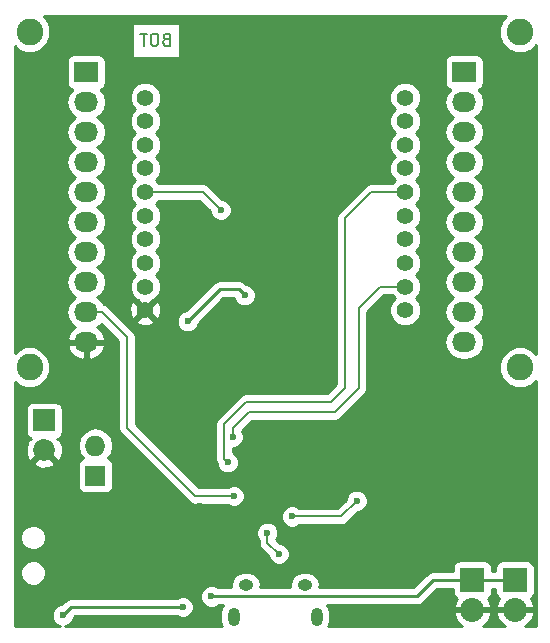
<source format=gbr>
G04 #@! TF.FileFunction,Copper,L2,Bot,Signal*
%FSLAX46Y46*%
G04 Gerber Fmt 4.6, Leading zero omitted, Abs format (unit mm)*
G04 Created by KiCad (PCBNEW 4.0.4-stable) date 12/28/16 20:43:16*
%MOMM*%
%LPD*%
G01*
G04 APERTURE LIST*
%ADD10C,0.100000*%
%ADD11C,0.200000*%
%ADD12C,2.260600*%
%ADD13C,0.600000*%
%ADD14C,1.400000*%
%ADD15O,1.250000X0.950000*%
%ADD16O,1.000000X1.550000*%
%ADD17R,1.850000X1.850000*%
%ADD18C,1.850000*%
%ADD19R,2.032000X1.727200*%
%ADD20O,2.032000X1.727200*%
%ADD21R,2.032000X2.032000*%
%ADD22O,2.032000X2.032000*%
%ADD23R,1.727200X1.727200*%
%ADD24O,1.727200X1.727200*%
%ADD25C,0.500000*%
%ADD26C,0.203200*%
%ADD27C,0.254000*%
G04 APERTURE END LIST*
D10*
D11*
X139733333Y-72228571D02*
X139590476Y-72276190D01*
X139542857Y-72323810D01*
X139495238Y-72419048D01*
X139495238Y-72561905D01*
X139542857Y-72657143D01*
X139590476Y-72704762D01*
X139685714Y-72752381D01*
X140066667Y-72752381D01*
X140066667Y-71752381D01*
X139733333Y-71752381D01*
X139638095Y-71800000D01*
X139590476Y-71847619D01*
X139542857Y-71942857D01*
X139542857Y-72038095D01*
X139590476Y-72133333D01*
X139638095Y-72180952D01*
X139733333Y-72228571D01*
X140066667Y-72228571D01*
X138876191Y-71752381D02*
X138685714Y-71752381D01*
X138590476Y-71800000D01*
X138495238Y-71895238D01*
X138447619Y-72085714D01*
X138447619Y-72419048D01*
X138495238Y-72609524D01*
X138590476Y-72704762D01*
X138685714Y-72752381D01*
X138876191Y-72752381D01*
X138971429Y-72704762D01*
X139066667Y-72609524D01*
X139114286Y-72419048D01*
X139114286Y-72085714D01*
X139066667Y-71895238D01*
X138971429Y-71800000D01*
X138876191Y-71752381D01*
X138161905Y-71752381D02*
X137590476Y-71752381D01*
X137876191Y-72752381D02*
X137876191Y-71752381D01*
D12*
X128200000Y-71600000D03*
D13*
X163400000Y-105800000D03*
X137700000Y-100800000D03*
X132700000Y-100800000D03*
X149800000Y-90800000D03*
X149800000Y-85800000D03*
X149800000Y-80800000D03*
X149800000Y-75800000D03*
X127700000Y-95800000D03*
X127700000Y-90800000D03*
X127700000Y-85800000D03*
X127700000Y-80800000D03*
X127700000Y-75800000D03*
X169800000Y-105800000D03*
X169800000Y-95800000D03*
X169800000Y-90800000D03*
X169800000Y-85800000D03*
X169800000Y-80800000D03*
X169800000Y-75800000D03*
X134800000Y-70800000D03*
X144800000Y-70800000D03*
X149800000Y-70800000D03*
X164800000Y-70800000D03*
X159800000Y-70800000D03*
X154800000Y-70800000D03*
X157900000Y-100900000D03*
X153400000Y-101000000D03*
X128500000Y-121500000D03*
X158600000Y-113400000D03*
X170900000Y-115400000D03*
X167400000Y-115400000D03*
X163300000Y-116300000D03*
X158600000Y-110600000D03*
X142600000Y-111700000D03*
X139300000Y-111700000D03*
X140500000Y-121500000D03*
X143600000Y-121500000D03*
X137700000Y-116500000D03*
X139900000Y-114600000D03*
X150200000Y-114390000D03*
X154450000Y-117750000D03*
X150210000Y-114390000D03*
X163300000Y-121500000D03*
X160100000Y-121500000D03*
X157100000Y-121500000D03*
X158600000Y-116300000D03*
D14*
X160000000Y-77160000D03*
X160000000Y-79160000D03*
X160000000Y-81160000D03*
X160000000Y-83160000D03*
X160000000Y-85160000D03*
X160000000Y-87160000D03*
X160000000Y-89160000D03*
X160000000Y-91160000D03*
X160000000Y-93160000D03*
X160000000Y-95160000D03*
X138000000Y-95160000D03*
X138000000Y-93160000D03*
X138000000Y-91160000D03*
X138000000Y-89160000D03*
X138000000Y-87160000D03*
X138000000Y-85160000D03*
X138000000Y-83160000D03*
X138000000Y-81160000D03*
X138000000Y-79160000D03*
X138000000Y-77160000D03*
D13*
X153400000Y-96900000D03*
D15*
X146499100Y-118420000D03*
X151499100Y-118420000D03*
D16*
X145499100Y-121120000D03*
X152499100Y-121120000D03*
D17*
X129450000Y-104500000D03*
D18*
X129450000Y-107000000D03*
D19*
X133000000Y-75000000D03*
D20*
X133000000Y-77540000D03*
X133000000Y-80080000D03*
X133000000Y-82620000D03*
X133000000Y-85160000D03*
X133000000Y-87700000D03*
X133000000Y-90240000D03*
X133000000Y-92780000D03*
X133000000Y-95320000D03*
X133000000Y-97860000D03*
D21*
X169300000Y-118000000D03*
D22*
X169300000Y-120540000D03*
D21*
X165700000Y-118000000D03*
D22*
X165700000Y-120540000D03*
D19*
X165000000Y-75000000D03*
D20*
X165000000Y-77540000D03*
X165000000Y-80080000D03*
X165000000Y-82620000D03*
X165000000Y-85160000D03*
X165000000Y-87700000D03*
X165000000Y-90240000D03*
X165000000Y-92780000D03*
X165000000Y-95320000D03*
X165000000Y-97860000D03*
D23*
X133780000Y-109160000D03*
D24*
X133780000Y-106620000D03*
D25*
X149740000Y-108810000D03*
X149740000Y-107810000D03*
X150740000Y-108810000D03*
X150740000Y-107810000D03*
X148740000Y-107810000D03*
X148740000Y-108810000D03*
X148740000Y-109810000D03*
X149740000Y-109810000D03*
X150740000Y-109810000D03*
D12*
X128200000Y-100000000D03*
X169700000Y-100000000D03*
X169700000Y-71600000D03*
D13*
X155900000Y-111300000D03*
X150428335Y-112628335D03*
X141200000Y-120300000D03*
X131000000Y-121000000D03*
X143600000Y-119400000D03*
X141590000Y-96100000D03*
X146400000Y-93900000D03*
X144390000Y-86690000D03*
X145500000Y-110900000D03*
X144970000Y-108040000D03*
X145400000Y-105900000D03*
X148340000Y-114010000D03*
X149310000Y-115810000D03*
D26*
X150428335Y-112628335D02*
X154300000Y-112628335D01*
X155900000Y-111300000D02*
X154571665Y-112628335D01*
X154571665Y-112628335D02*
X154300000Y-112628335D01*
D27*
X131700000Y-120300000D02*
X141200000Y-120300000D01*
X131000000Y-121000000D02*
X131700000Y-120300000D01*
X165700000Y-118000000D02*
X169300000Y-118000000D01*
X161000000Y-119400000D02*
X162400000Y-118000000D01*
X162400000Y-118000000D02*
X165700000Y-118000000D01*
X143600000Y-119400000D02*
X161000000Y-119400000D01*
X141590000Y-96100000D02*
X144290000Y-93400000D01*
X144290000Y-93400000D02*
X145900000Y-93400000D01*
X145900000Y-93400000D02*
X146400000Y-93900000D01*
D26*
X138000000Y-85160000D02*
X142860000Y-85160000D01*
X142860000Y-85160000D02*
X144390000Y-86690000D01*
X145500000Y-110900000D02*
X142230000Y-110900000D01*
X142230000Y-110900000D02*
X136440000Y-105110000D01*
X136440000Y-105110000D02*
X136440000Y-97430000D01*
X136440000Y-97430000D02*
X134330000Y-95320000D01*
X134330000Y-95320000D02*
X133000000Y-95320000D01*
X154920000Y-87370000D02*
X157130000Y-85160000D01*
X157130000Y-85160000D02*
X160000000Y-85160000D01*
X154920000Y-101730000D02*
X154920000Y-87370000D01*
X153710000Y-102940000D02*
X154920000Y-101730000D01*
X146560000Y-102940000D02*
X153710000Y-102940000D01*
X144670001Y-104829999D02*
X146560000Y-102940000D01*
X144970000Y-108040000D02*
X144670001Y-107740001D01*
X144670001Y-107740001D02*
X144670001Y-104829999D01*
X145400000Y-105900000D02*
X145400000Y-105140000D01*
X156060000Y-95000000D02*
X157900000Y-93160000D01*
X145400000Y-105140000D02*
X146770000Y-103770000D01*
X146770000Y-103770000D02*
X154020000Y-103770000D01*
X154020000Y-103770000D02*
X156060000Y-101730000D01*
X156060000Y-101730000D02*
X156060000Y-95000000D01*
X157900000Y-93160000D02*
X160000000Y-93160000D01*
X149310000Y-115810000D02*
X148340000Y-114840000D01*
X148340000Y-114840000D02*
X148340000Y-114010000D01*
D27*
G36*
X168204324Y-70598732D02*
X167935007Y-71247320D01*
X167934395Y-71949599D01*
X168202579Y-72598656D01*
X168698732Y-73095676D01*
X169347320Y-73364993D01*
X170049599Y-73365605D01*
X170698656Y-73097421D01*
X171065000Y-72731716D01*
X171065000Y-98868692D01*
X170701268Y-98504324D01*
X170052680Y-98235007D01*
X169350401Y-98234395D01*
X168701344Y-98502579D01*
X168204324Y-98998732D01*
X167935007Y-99647320D01*
X167934395Y-100349599D01*
X168202579Y-100998656D01*
X168698732Y-101495676D01*
X169347320Y-101764993D01*
X170049599Y-101765605D01*
X170698656Y-101497421D01*
X171065000Y-101131716D01*
X171065000Y-121915000D01*
X170186025Y-121915000D01*
X170268379Y-121877188D01*
X170706385Y-121404818D01*
X170905975Y-120922944D01*
X170786836Y-120667000D01*
X169427000Y-120667000D01*
X169427000Y-120687000D01*
X169173000Y-120687000D01*
X169173000Y-120667000D01*
X167813164Y-120667000D01*
X167694025Y-120922944D01*
X167893615Y-121404818D01*
X168331621Y-121877188D01*
X168413975Y-121915000D01*
X166586025Y-121915000D01*
X166668379Y-121877188D01*
X167106385Y-121404818D01*
X167305975Y-120922944D01*
X167186836Y-120667000D01*
X165827000Y-120667000D01*
X165827000Y-120687000D01*
X165573000Y-120687000D01*
X165573000Y-120667000D01*
X164213164Y-120667000D01*
X164094025Y-120922944D01*
X164293615Y-121404818D01*
X164731621Y-121877188D01*
X164813975Y-121915000D01*
X153508929Y-121915000D01*
X153547703Y-121856970D01*
X153634100Y-121422624D01*
X153634100Y-120817376D01*
X153547703Y-120383030D01*
X153400015Y-120162000D01*
X161000000Y-120162000D01*
X161291605Y-120103996D01*
X161538815Y-119938815D01*
X162715630Y-118762000D01*
X164036560Y-118762000D01*
X164036560Y-119016000D01*
X164080838Y-119251317D01*
X164219910Y-119467441D01*
X164382948Y-119578840D01*
X164293615Y-119675182D01*
X164094025Y-120157056D01*
X164213164Y-120413000D01*
X165573000Y-120413000D01*
X165573000Y-120393000D01*
X165827000Y-120393000D01*
X165827000Y-120413000D01*
X167186836Y-120413000D01*
X167305975Y-120157056D01*
X167106385Y-119675182D01*
X167015903Y-119577602D01*
X167167441Y-119480090D01*
X167312431Y-119267890D01*
X167363440Y-119016000D01*
X167363440Y-118762000D01*
X167636560Y-118762000D01*
X167636560Y-119016000D01*
X167680838Y-119251317D01*
X167819910Y-119467441D01*
X167982948Y-119578840D01*
X167893615Y-119675182D01*
X167694025Y-120157056D01*
X167813164Y-120413000D01*
X169173000Y-120413000D01*
X169173000Y-120393000D01*
X169427000Y-120393000D01*
X169427000Y-120413000D01*
X170786836Y-120413000D01*
X170905975Y-120157056D01*
X170706385Y-119675182D01*
X170615903Y-119577602D01*
X170767441Y-119480090D01*
X170912431Y-119267890D01*
X170963440Y-119016000D01*
X170963440Y-116984000D01*
X170919162Y-116748683D01*
X170780090Y-116532559D01*
X170567890Y-116387569D01*
X170316000Y-116336560D01*
X168284000Y-116336560D01*
X168048683Y-116380838D01*
X167832559Y-116519910D01*
X167687569Y-116732110D01*
X167636560Y-116984000D01*
X167636560Y-117238000D01*
X167363440Y-117238000D01*
X167363440Y-116984000D01*
X167319162Y-116748683D01*
X167180090Y-116532559D01*
X166967890Y-116387569D01*
X166716000Y-116336560D01*
X164684000Y-116336560D01*
X164448683Y-116380838D01*
X164232559Y-116519910D01*
X164087569Y-116732110D01*
X164036560Y-116984000D01*
X164036560Y-117238000D01*
X162400000Y-117238000D01*
X162108395Y-117296004D01*
X162087449Y-117310000D01*
X161861185Y-117461185D01*
X160684370Y-118638000D01*
X152740422Y-118638000D01*
X152783785Y-118420000D01*
X152699291Y-117995221D01*
X152458674Y-117635111D01*
X152098564Y-117394494D01*
X151673785Y-117310000D01*
X151324415Y-117310000D01*
X150899636Y-117394494D01*
X150539526Y-117635111D01*
X150298909Y-117995221D01*
X150214415Y-118420000D01*
X150257778Y-118638000D01*
X147740422Y-118638000D01*
X147783785Y-118420000D01*
X147699291Y-117995221D01*
X147458674Y-117635111D01*
X147098564Y-117394494D01*
X146673785Y-117310000D01*
X146324415Y-117310000D01*
X145899636Y-117394494D01*
X145539526Y-117635111D01*
X145298909Y-117995221D01*
X145214415Y-118420000D01*
X145257778Y-118638000D01*
X144160466Y-118638000D01*
X144130327Y-118607808D01*
X143786799Y-118465162D01*
X143414833Y-118464838D01*
X143071057Y-118606883D01*
X142807808Y-118869673D01*
X142665162Y-119213201D01*
X142664838Y-119585167D01*
X142806883Y-119928943D01*
X143069673Y-120192192D01*
X143413201Y-120334838D01*
X143785167Y-120335162D01*
X144128943Y-120193117D01*
X144160114Y-120162000D01*
X144598185Y-120162000D01*
X144450497Y-120383030D01*
X144364100Y-120817376D01*
X144364100Y-121422624D01*
X144450497Y-121856970D01*
X144489271Y-121915000D01*
X131233963Y-121915000D01*
X131528943Y-121793117D01*
X131792192Y-121530327D01*
X131934838Y-121186799D01*
X131934876Y-121142754D01*
X132015631Y-121062000D01*
X140639534Y-121062000D01*
X140669673Y-121092192D01*
X141013201Y-121234838D01*
X141385167Y-121235162D01*
X141728943Y-121093117D01*
X141992192Y-120830327D01*
X142134838Y-120486799D01*
X142135162Y-120114833D01*
X141993117Y-119771057D01*
X141730327Y-119507808D01*
X141386799Y-119365162D01*
X141014833Y-119364838D01*
X140671057Y-119506883D01*
X140639886Y-119538000D01*
X131700000Y-119538000D01*
X131454672Y-119586799D01*
X131408395Y-119596004D01*
X131161184Y-119761185D01*
X130857494Y-120064875D01*
X130814833Y-120064838D01*
X130471057Y-120206883D01*
X130207808Y-120469673D01*
X130065162Y-120813201D01*
X130064838Y-121185167D01*
X130206883Y-121528943D01*
X130469673Y-121792192D01*
X130765426Y-121915000D01*
X126935000Y-121915000D01*
X126935000Y-117614873D01*
X127419812Y-117614873D01*
X127584646Y-118013800D01*
X127889595Y-118319282D01*
X128288233Y-118484811D01*
X128719873Y-118485188D01*
X129118800Y-118320354D01*
X129424282Y-118015405D01*
X129589811Y-117616767D01*
X129590188Y-117185127D01*
X129425354Y-116786200D01*
X129120405Y-116480718D01*
X128721767Y-116315189D01*
X128290127Y-116314812D01*
X127891200Y-116479646D01*
X127585718Y-116784595D01*
X127420189Y-117183233D01*
X127419812Y-117614873D01*
X126935000Y-117614873D01*
X126935000Y-114614873D01*
X127419812Y-114614873D01*
X127584646Y-115013800D01*
X127889595Y-115319282D01*
X128288233Y-115484811D01*
X128719873Y-115485188D01*
X129118800Y-115320354D01*
X129424282Y-115015405D01*
X129589811Y-114616767D01*
X129590179Y-114195167D01*
X147404838Y-114195167D01*
X147546883Y-114538943D01*
X147603400Y-114595559D01*
X147603400Y-114840000D01*
X147659470Y-115121885D01*
X147819145Y-115360855D01*
X148374906Y-115916616D01*
X148374838Y-115995167D01*
X148516883Y-116338943D01*
X148779673Y-116602192D01*
X149123201Y-116744838D01*
X149495167Y-116745162D01*
X149838943Y-116603117D01*
X150102192Y-116340327D01*
X150244838Y-115996799D01*
X150245162Y-115624833D01*
X150103117Y-115281057D01*
X149840327Y-115017808D01*
X149496799Y-114875162D01*
X149416802Y-114875092D01*
X149107093Y-114565383D01*
X149132192Y-114540327D01*
X149274838Y-114196799D01*
X149275162Y-113824833D01*
X149133117Y-113481057D01*
X148870327Y-113217808D01*
X148526799Y-113075162D01*
X148154833Y-113074838D01*
X147811057Y-113216883D01*
X147547808Y-113479673D01*
X147405162Y-113823201D01*
X147404838Y-114195167D01*
X129590179Y-114195167D01*
X129590188Y-114185127D01*
X129425354Y-113786200D01*
X129120405Y-113480718D01*
X128721767Y-113315189D01*
X128290127Y-113314812D01*
X127891200Y-113479646D01*
X127585718Y-113784595D01*
X127420189Y-114183233D01*
X127419812Y-114614873D01*
X126935000Y-114614873D01*
X126935000Y-112813502D01*
X149493173Y-112813502D01*
X149635218Y-113157278D01*
X149898008Y-113420527D01*
X150241536Y-113563173D01*
X150613502Y-113563497D01*
X150957278Y-113421452D01*
X151013894Y-113364935D01*
X154571665Y-113364935D01*
X154853550Y-113308865D01*
X155092520Y-113149190D01*
X156006616Y-112235094D01*
X156085167Y-112235162D01*
X156428943Y-112093117D01*
X156692192Y-111830327D01*
X156834838Y-111486799D01*
X156835162Y-111114833D01*
X156693117Y-110771057D01*
X156430327Y-110507808D01*
X156086799Y-110365162D01*
X155714833Y-110364838D01*
X155371057Y-110506883D01*
X155107808Y-110769673D01*
X154965162Y-111113201D01*
X154965092Y-111193198D01*
X154266555Y-111891735D01*
X151014157Y-111891735D01*
X150958662Y-111836143D01*
X150615134Y-111693497D01*
X150243168Y-111693173D01*
X149899392Y-111835218D01*
X149636143Y-112098008D01*
X149493497Y-112441536D01*
X149493173Y-112813502D01*
X126935000Y-112813502D01*
X126935000Y-108098256D01*
X128531349Y-108098256D01*
X128620821Y-108357332D01*
X129203368Y-108571325D01*
X129823461Y-108546097D01*
X130279179Y-108357332D01*
X130300221Y-108296400D01*
X132268960Y-108296400D01*
X132268960Y-110023600D01*
X132313238Y-110258917D01*
X132452310Y-110475041D01*
X132664510Y-110620031D01*
X132916400Y-110671040D01*
X134643600Y-110671040D01*
X134878917Y-110626762D01*
X135095041Y-110487690D01*
X135240031Y-110275490D01*
X135291040Y-110023600D01*
X135291040Y-108296400D01*
X135246762Y-108061083D01*
X135107690Y-107844959D01*
X134895490Y-107699969D01*
X134851655Y-107691092D01*
X135164526Y-107222848D01*
X135278600Y-106649359D01*
X135278600Y-106590641D01*
X135164526Y-106017152D01*
X134839670Y-105530971D01*
X134353489Y-105206115D01*
X133780000Y-105092041D01*
X133206511Y-105206115D01*
X132720330Y-105530971D01*
X132395474Y-106017152D01*
X132281400Y-106590641D01*
X132281400Y-106649359D01*
X132395474Y-107222848D01*
X132706574Y-107688442D01*
X132681083Y-107693238D01*
X132464959Y-107832310D01*
X132319969Y-108044510D01*
X132268960Y-108296400D01*
X130300221Y-108296400D01*
X130368651Y-108098256D01*
X129450000Y-107179605D01*
X128531349Y-108098256D01*
X126935000Y-108098256D01*
X126935000Y-103575000D01*
X127877560Y-103575000D01*
X127877560Y-105425000D01*
X127921838Y-105660317D01*
X128060910Y-105876441D01*
X128273110Y-106021431D01*
X128296575Y-106026183D01*
X128351742Y-106081350D01*
X128092668Y-106170821D01*
X127878675Y-106753368D01*
X127903903Y-107373461D01*
X128092668Y-107829179D01*
X128351744Y-107918651D01*
X129270395Y-107000000D01*
X129256253Y-106985858D01*
X129435858Y-106806253D01*
X129450000Y-106820395D01*
X129464143Y-106806253D01*
X129643748Y-106985858D01*
X129629605Y-107000000D01*
X130548256Y-107918651D01*
X130807332Y-107829179D01*
X131021325Y-107246632D01*
X130996097Y-106626539D01*
X130807332Y-106170821D01*
X130548258Y-106081350D01*
X130599390Y-106030218D01*
X130610317Y-106028162D01*
X130826441Y-105889090D01*
X130971431Y-105676890D01*
X131022440Y-105425000D01*
X131022440Y-103575000D01*
X130978162Y-103339683D01*
X130839090Y-103123559D01*
X130626890Y-102978569D01*
X130375000Y-102927560D01*
X128525000Y-102927560D01*
X128289683Y-102971838D01*
X128073559Y-103110910D01*
X127928569Y-103323110D01*
X127877560Y-103575000D01*
X126935000Y-103575000D01*
X126935000Y-101231483D01*
X127198732Y-101495676D01*
X127847320Y-101764993D01*
X128549599Y-101765605D01*
X129198656Y-101497421D01*
X129695676Y-101001268D01*
X129964993Y-100352680D01*
X129965605Y-99650401D01*
X129697421Y-99001344D01*
X129201268Y-98504324D01*
X128552680Y-98235007D01*
X127850401Y-98234395D01*
X127201344Y-98502579D01*
X126935000Y-98768458D01*
X126935000Y-98219026D01*
X131392642Y-98219026D01*
X131395291Y-98234791D01*
X131649268Y-98762036D01*
X132085680Y-99151954D01*
X132638087Y-99345184D01*
X132873000Y-99200924D01*
X132873000Y-97987000D01*
X133127000Y-97987000D01*
X133127000Y-99200924D01*
X133361913Y-99345184D01*
X133914320Y-99151954D01*
X134350732Y-98762036D01*
X134604709Y-98234791D01*
X134607358Y-98219026D01*
X134486217Y-97987000D01*
X133127000Y-97987000D01*
X132873000Y-97987000D01*
X131513783Y-97987000D01*
X131392642Y-98219026D01*
X126935000Y-98219026D01*
X126935000Y-77540000D01*
X131316655Y-77540000D01*
X131430729Y-78113489D01*
X131755585Y-78599670D01*
X132070366Y-78810000D01*
X131755585Y-79020330D01*
X131430729Y-79506511D01*
X131316655Y-80080000D01*
X131430729Y-80653489D01*
X131755585Y-81139670D01*
X132070366Y-81350000D01*
X131755585Y-81560330D01*
X131430729Y-82046511D01*
X131316655Y-82620000D01*
X131430729Y-83193489D01*
X131755585Y-83679670D01*
X132070366Y-83890000D01*
X131755585Y-84100330D01*
X131430729Y-84586511D01*
X131316655Y-85160000D01*
X131430729Y-85733489D01*
X131755585Y-86219670D01*
X132070366Y-86430000D01*
X131755585Y-86640330D01*
X131430729Y-87126511D01*
X131316655Y-87700000D01*
X131430729Y-88273489D01*
X131755585Y-88759670D01*
X132070366Y-88970000D01*
X131755585Y-89180330D01*
X131430729Y-89666511D01*
X131316655Y-90240000D01*
X131430729Y-90813489D01*
X131755585Y-91299670D01*
X132070366Y-91510000D01*
X131755585Y-91720330D01*
X131430729Y-92206511D01*
X131316655Y-92780000D01*
X131430729Y-93353489D01*
X131755585Y-93839670D01*
X132070366Y-94050000D01*
X131755585Y-94260330D01*
X131430729Y-94746511D01*
X131316655Y-95320000D01*
X131430729Y-95893489D01*
X131755585Y-96379670D01*
X132065069Y-96586461D01*
X131649268Y-96957964D01*
X131395291Y-97485209D01*
X131392642Y-97500974D01*
X131513783Y-97733000D01*
X132873000Y-97733000D01*
X132873000Y-97713000D01*
X133127000Y-97713000D01*
X133127000Y-97733000D01*
X134486217Y-97733000D01*
X134607358Y-97500974D01*
X134604709Y-97485209D01*
X134350732Y-96957964D01*
X133934931Y-96586461D01*
X134244415Y-96379670D01*
X134285889Y-96317599D01*
X135703400Y-97735110D01*
X135703400Y-105110000D01*
X135759470Y-105391885D01*
X135919145Y-105630855D01*
X141709145Y-111420855D01*
X141948116Y-111580531D01*
X142230000Y-111636601D01*
X142230005Y-111636600D01*
X144914178Y-111636600D01*
X144969673Y-111692192D01*
X145313201Y-111834838D01*
X145685167Y-111835162D01*
X146028943Y-111693117D01*
X146292192Y-111430327D01*
X146434838Y-111086799D01*
X146435162Y-110714833D01*
X146293117Y-110371057D01*
X146030327Y-110107808D01*
X145686799Y-109965162D01*
X145314833Y-109964838D01*
X144971057Y-110106883D01*
X144914441Y-110163400D01*
X142535110Y-110163400D01*
X137201709Y-104829999D01*
X143933401Y-104829999D01*
X143933401Y-107740001D01*
X143989471Y-108021886D01*
X144034956Y-108089959D01*
X144034838Y-108225167D01*
X144176883Y-108568943D01*
X144439673Y-108832192D01*
X144783201Y-108974838D01*
X145155167Y-108975162D01*
X145498943Y-108833117D01*
X145762192Y-108570327D01*
X145904838Y-108226799D01*
X145905162Y-107854833D01*
X145763117Y-107511057D01*
X145500327Y-107247808D01*
X145406601Y-107208889D01*
X145406601Y-106835006D01*
X145585167Y-106835162D01*
X145928943Y-106693117D01*
X146192192Y-106430327D01*
X146334838Y-106086799D01*
X146335162Y-105714833D01*
X146198244Y-105383466D01*
X147075110Y-104506600D01*
X154020000Y-104506600D01*
X154301885Y-104450530D01*
X154540855Y-104290855D01*
X156580855Y-102250855D01*
X156612563Y-102203400D01*
X156740530Y-102011885D01*
X156796600Y-101730000D01*
X156796600Y-95305110D01*
X158205110Y-93896600D01*
X158859885Y-93896600D01*
X158867582Y-93915229D01*
X159112024Y-94160098D01*
X158868902Y-94402796D01*
X158665232Y-94893287D01*
X158664769Y-95424383D01*
X158867582Y-95915229D01*
X159242796Y-96291098D01*
X159733287Y-96494768D01*
X160264383Y-96495231D01*
X160755229Y-96292418D01*
X161131098Y-95917204D01*
X161334768Y-95426713D01*
X161335231Y-94895617D01*
X161132418Y-94404771D01*
X160887976Y-94159902D01*
X161131098Y-93917204D01*
X161334768Y-93426713D01*
X161335231Y-92895617D01*
X161132418Y-92404771D01*
X160887976Y-92159902D01*
X161131098Y-91917204D01*
X161334768Y-91426713D01*
X161335231Y-90895617D01*
X161132418Y-90404771D01*
X160887976Y-90159902D01*
X161131098Y-89917204D01*
X161334768Y-89426713D01*
X161335231Y-88895617D01*
X161132418Y-88404771D01*
X160887976Y-88159902D01*
X161131098Y-87917204D01*
X161334768Y-87426713D01*
X161335231Y-86895617D01*
X161132418Y-86404771D01*
X160887976Y-86159902D01*
X161131098Y-85917204D01*
X161334768Y-85426713D01*
X161335231Y-84895617D01*
X161132418Y-84404771D01*
X160887976Y-84159902D01*
X161131098Y-83917204D01*
X161334768Y-83426713D01*
X161335231Y-82895617D01*
X161132418Y-82404771D01*
X160887976Y-82159902D01*
X161131098Y-81917204D01*
X161334768Y-81426713D01*
X161335231Y-80895617D01*
X161132418Y-80404771D01*
X160887976Y-80159902D01*
X161131098Y-79917204D01*
X161334768Y-79426713D01*
X161335231Y-78895617D01*
X161132418Y-78404771D01*
X160887976Y-78159902D01*
X161131098Y-77917204D01*
X161287727Y-77540000D01*
X163316655Y-77540000D01*
X163430729Y-78113489D01*
X163755585Y-78599670D01*
X164070366Y-78810000D01*
X163755585Y-79020330D01*
X163430729Y-79506511D01*
X163316655Y-80080000D01*
X163430729Y-80653489D01*
X163755585Y-81139670D01*
X164070366Y-81350000D01*
X163755585Y-81560330D01*
X163430729Y-82046511D01*
X163316655Y-82620000D01*
X163430729Y-83193489D01*
X163755585Y-83679670D01*
X164070366Y-83890000D01*
X163755585Y-84100330D01*
X163430729Y-84586511D01*
X163316655Y-85160000D01*
X163430729Y-85733489D01*
X163755585Y-86219670D01*
X164070366Y-86430000D01*
X163755585Y-86640330D01*
X163430729Y-87126511D01*
X163316655Y-87700000D01*
X163430729Y-88273489D01*
X163755585Y-88759670D01*
X164070366Y-88970000D01*
X163755585Y-89180330D01*
X163430729Y-89666511D01*
X163316655Y-90240000D01*
X163430729Y-90813489D01*
X163755585Y-91299670D01*
X164070366Y-91510000D01*
X163755585Y-91720330D01*
X163430729Y-92206511D01*
X163316655Y-92780000D01*
X163430729Y-93353489D01*
X163755585Y-93839670D01*
X164070366Y-94050000D01*
X163755585Y-94260330D01*
X163430729Y-94746511D01*
X163316655Y-95320000D01*
X163430729Y-95893489D01*
X163755585Y-96379670D01*
X164070366Y-96590000D01*
X163755585Y-96800330D01*
X163430729Y-97286511D01*
X163316655Y-97860000D01*
X163430729Y-98433489D01*
X163755585Y-98919670D01*
X164241766Y-99244526D01*
X164815255Y-99358600D01*
X165184745Y-99358600D01*
X165758234Y-99244526D01*
X166244415Y-98919670D01*
X166569271Y-98433489D01*
X166683345Y-97860000D01*
X166569271Y-97286511D01*
X166244415Y-96800330D01*
X165929634Y-96590000D01*
X166244415Y-96379670D01*
X166569271Y-95893489D01*
X166683345Y-95320000D01*
X166569271Y-94746511D01*
X166244415Y-94260330D01*
X165929634Y-94050000D01*
X166244415Y-93839670D01*
X166569271Y-93353489D01*
X166683345Y-92780000D01*
X166569271Y-92206511D01*
X166244415Y-91720330D01*
X165929634Y-91510000D01*
X166244415Y-91299670D01*
X166569271Y-90813489D01*
X166683345Y-90240000D01*
X166569271Y-89666511D01*
X166244415Y-89180330D01*
X165929634Y-88970000D01*
X166244415Y-88759670D01*
X166569271Y-88273489D01*
X166683345Y-87700000D01*
X166569271Y-87126511D01*
X166244415Y-86640330D01*
X165929634Y-86430000D01*
X166244415Y-86219670D01*
X166569271Y-85733489D01*
X166683345Y-85160000D01*
X166569271Y-84586511D01*
X166244415Y-84100330D01*
X165929634Y-83890000D01*
X166244415Y-83679670D01*
X166569271Y-83193489D01*
X166683345Y-82620000D01*
X166569271Y-82046511D01*
X166244415Y-81560330D01*
X165929634Y-81350000D01*
X166244415Y-81139670D01*
X166569271Y-80653489D01*
X166683345Y-80080000D01*
X166569271Y-79506511D01*
X166244415Y-79020330D01*
X165929634Y-78810000D01*
X166244415Y-78599670D01*
X166569271Y-78113489D01*
X166683345Y-77540000D01*
X166569271Y-76966511D01*
X166244415Y-76480330D01*
X166230087Y-76470757D01*
X166251317Y-76466762D01*
X166467441Y-76327690D01*
X166612431Y-76115490D01*
X166663440Y-75863600D01*
X166663440Y-74136400D01*
X166619162Y-73901083D01*
X166480090Y-73684959D01*
X166267890Y-73539969D01*
X166016000Y-73488960D01*
X163984000Y-73488960D01*
X163748683Y-73533238D01*
X163532559Y-73672310D01*
X163387569Y-73884510D01*
X163336560Y-74136400D01*
X163336560Y-75863600D01*
X163380838Y-76098917D01*
X163519910Y-76315041D01*
X163732110Y-76460031D01*
X163773439Y-76468400D01*
X163755585Y-76480330D01*
X163430729Y-76966511D01*
X163316655Y-77540000D01*
X161287727Y-77540000D01*
X161334768Y-77426713D01*
X161335231Y-76895617D01*
X161132418Y-76404771D01*
X160757204Y-76028902D01*
X160266713Y-75825232D01*
X159735617Y-75824769D01*
X159244771Y-76027582D01*
X158868902Y-76402796D01*
X158665232Y-76893287D01*
X158664769Y-77424383D01*
X158867582Y-77915229D01*
X159112024Y-78160098D01*
X158868902Y-78402796D01*
X158665232Y-78893287D01*
X158664769Y-79424383D01*
X158867582Y-79915229D01*
X159112024Y-80160098D01*
X158868902Y-80402796D01*
X158665232Y-80893287D01*
X158664769Y-81424383D01*
X158867582Y-81915229D01*
X159112024Y-82160098D01*
X158868902Y-82402796D01*
X158665232Y-82893287D01*
X158664769Y-83424383D01*
X158867582Y-83915229D01*
X159112024Y-84160098D01*
X158868902Y-84402796D01*
X158860346Y-84423400D01*
X157130000Y-84423400D01*
X156848115Y-84479470D01*
X156609145Y-84639145D01*
X154399145Y-86849145D01*
X154239470Y-87088115D01*
X154183400Y-87370000D01*
X154183400Y-101424890D01*
X153404890Y-102203400D01*
X146560000Y-102203400D01*
X146278115Y-102259470D01*
X146039145Y-102419145D01*
X144149146Y-104309144D01*
X143989471Y-104548114D01*
X143933401Y-104829999D01*
X137201709Y-104829999D01*
X137176600Y-104804890D01*
X137176600Y-97430000D01*
X137120530Y-97148115D01*
X136960855Y-96909145D01*
X136146985Y-96095275D01*
X137244331Y-96095275D01*
X137306169Y-96331042D01*
X137807122Y-96507419D01*
X138337440Y-96478664D01*
X138693831Y-96331042D01*
X138705863Y-96285167D01*
X140654838Y-96285167D01*
X140796883Y-96628943D01*
X141059673Y-96892192D01*
X141403201Y-97034838D01*
X141775167Y-97035162D01*
X142118943Y-96893117D01*
X142382192Y-96630327D01*
X142524838Y-96286799D01*
X142524876Y-96242754D01*
X144605631Y-94162000D01*
X145496585Y-94162000D01*
X145606883Y-94428943D01*
X145869673Y-94692192D01*
X146213201Y-94834838D01*
X146585167Y-94835162D01*
X146928943Y-94693117D01*
X147192192Y-94430327D01*
X147334838Y-94086799D01*
X147335162Y-93714833D01*
X147193117Y-93371057D01*
X146930327Y-93107808D01*
X146586799Y-92965162D01*
X146542754Y-92965124D01*
X146438815Y-92861185D01*
X146317313Y-92780000D01*
X146191605Y-92696004D01*
X145900000Y-92638000D01*
X144290000Y-92638000D01*
X143998395Y-92696004D01*
X143899377Y-92762166D01*
X143751185Y-92861184D01*
X141447495Y-95164875D01*
X141404833Y-95164838D01*
X141061057Y-95306883D01*
X140797808Y-95569673D01*
X140655162Y-95913201D01*
X140654838Y-96285167D01*
X138705863Y-96285167D01*
X138755669Y-96095275D01*
X138000000Y-95339605D01*
X137244331Y-96095275D01*
X136146985Y-96095275D01*
X135018832Y-94967122D01*
X136652581Y-94967122D01*
X136681336Y-95497440D01*
X136828958Y-95853831D01*
X137064725Y-95915669D01*
X137820395Y-95160000D01*
X138179605Y-95160000D01*
X138935275Y-95915669D01*
X139171042Y-95853831D01*
X139347419Y-95352878D01*
X139318664Y-94822560D01*
X139171042Y-94466169D01*
X138935275Y-94404331D01*
X138179605Y-95160000D01*
X137820395Y-95160000D01*
X137064725Y-94404331D01*
X136828958Y-94466169D01*
X136652581Y-94967122D01*
X135018832Y-94967122D01*
X134850855Y-94799145D01*
X134611885Y-94639470D01*
X134480254Y-94613287D01*
X134244415Y-94260330D01*
X133929634Y-94050000D01*
X134244415Y-93839670D01*
X134569271Y-93353489D01*
X134683345Y-92780000D01*
X134569271Y-92206511D01*
X134244415Y-91720330D01*
X133929634Y-91510000D01*
X134244415Y-91299670D01*
X134569271Y-90813489D01*
X134683345Y-90240000D01*
X134569271Y-89666511D01*
X134244415Y-89180330D01*
X133929634Y-88970000D01*
X134244415Y-88759670D01*
X134569271Y-88273489D01*
X134683345Y-87700000D01*
X134569271Y-87126511D01*
X134244415Y-86640330D01*
X133929634Y-86430000D01*
X134244415Y-86219670D01*
X134569271Y-85733489D01*
X134683345Y-85160000D01*
X134569271Y-84586511D01*
X134244415Y-84100330D01*
X133929634Y-83890000D01*
X134244415Y-83679670D01*
X134569271Y-83193489D01*
X134683345Y-82620000D01*
X134569271Y-82046511D01*
X134244415Y-81560330D01*
X133929634Y-81350000D01*
X134244415Y-81139670D01*
X134569271Y-80653489D01*
X134683345Y-80080000D01*
X134569271Y-79506511D01*
X134244415Y-79020330D01*
X133929634Y-78810000D01*
X134244415Y-78599670D01*
X134569271Y-78113489D01*
X134683345Y-77540000D01*
X134660348Y-77424383D01*
X136664769Y-77424383D01*
X136867582Y-77915229D01*
X137112024Y-78160098D01*
X136868902Y-78402796D01*
X136665232Y-78893287D01*
X136664769Y-79424383D01*
X136867582Y-79915229D01*
X137112024Y-80160098D01*
X136868902Y-80402796D01*
X136665232Y-80893287D01*
X136664769Y-81424383D01*
X136867582Y-81915229D01*
X137112024Y-82160098D01*
X136868902Y-82402796D01*
X136665232Y-82893287D01*
X136664769Y-83424383D01*
X136867582Y-83915229D01*
X137112024Y-84160098D01*
X136868902Y-84402796D01*
X136665232Y-84893287D01*
X136664769Y-85424383D01*
X136867582Y-85915229D01*
X137112024Y-86160098D01*
X136868902Y-86402796D01*
X136665232Y-86893287D01*
X136664769Y-87424383D01*
X136867582Y-87915229D01*
X137112024Y-88160098D01*
X136868902Y-88402796D01*
X136665232Y-88893287D01*
X136664769Y-89424383D01*
X136867582Y-89915229D01*
X137112024Y-90160098D01*
X136868902Y-90402796D01*
X136665232Y-90893287D01*
X136664769Y-91424383D01*
X136867582Y-91915229D01*
X137112024Y-92160098D01*
X136868902Y-92402796D01*
X136665232Y-92893287D01*
X136664769Y-93424383D01*
X136867582Y-93915229D01*
X137242796Y-94291098D01*
X137358925Y-94339319D01*
X138000000Y-94980395D01*
X138640621Y-94339773D01*
X138755229Y-94292418D01*
X139131098Y-93917204D01*
X139334768Y-93426713D01*
X139335231Y-92895617D01*
X139132418Y-92404771D01*
X138887976Y-92159902D01*
X139131098Y-91917204D01*
X139334768Y-91426713D01*
X139335231Y-90895617D01*
X139132418Y-90404771D01*
X138887976Y-90159902D01*
X139131098Y-89917204D01*
X139334768Y-89426713D01*
X139335231Y-88895617D01*
X139132418Y-88404771D01*
X138887976Y-88159902D01*
X139131098Y-87917204D01*
X139334768Y-87426713D01*
X139335231Y-86895617D01*
X139132418Y-86404771D01*
X138887976Y-86159902D01*
X139131098Y-85917204D01*
X139139654Y-85896600D01*
X142554890Y-85896600D01*
X143454906Y-86796616D01*
X143454838Y-86875167D01*
X143596883Y-87218943D01*
X143859673Y-87482192D01*
X144203201Y-87624838D01*
X144575167Y-87625162D01*
X144918943Y-87483117D01*
X145182192Y-87220327D01*
X145324838Y-86876799D01*
X145325162Y-86504833D01*
X145183117Y-86161057D01*
X144920327Y-85897808D01*
X144576799Y-85755162D01*
X144496802Y-85755092D01*
X143380855Y-84639145D01*
X143141885Y-84479470D01*
X142860000Y-84423400D01*
X139140115Y-84423400D01*
X139132418Y-84404771D01*
X138887976Y-84159902D01*
X139131098Y-83917204D01*
X139334768Y-83426713D01*
X139335231Y-82895617D01*
X139132418Y-82404771D01*
X138887976Y-82159902D01*
X139131098Y-81917204D01*
X139334768Y-81426713D01*
X139335231Y-80895617D01*
X139132418Y-80404771D01*
X138887976Y-80159902D01*
X139131098Y-79917204D01*
X139334768Y-79426713D01*
X139335231Y-78895617D01*
X139132418Y-78404771D01*
X138887976Y-78159902D01*
X139131098Y-77917204D01*
X139334768Y-77426713D01*
X139335231Y-76895617D01*
X139132418Y-76404771D01*
X138757204Y-76028902D01*
X138266713Y-75825232D01*
X137735617Y-75824769D01*
X137244771Y-76027582D01*
X136868902Y-76402796D01*
X136665232Y-76893287D01*
X136664769Y-77424383D01*
X134660348Y-77424383D01*
X134569271Y-76966511D01*
X134244415Y-76480330D01*
X134230087Y-76470757D01*
X134251317Y-76466762D01*
X134467441Y-76327690D01*
X134612431Y-76115490D01*
X134663440Y-75863600D01*
X134663440Y-74136400D01*
X134619162Y-73901083D01*
X134480090Y-73684959D01*
X134267890Y-73539969D01*
X134016000Y-73488960D01*
X131984000Y-73488960D01*
X131748683Y-73533238D01*
X131532559Y-73672310D01*
X131387569Y-73884510D01*
X131336560Y-74136400D01*
X131336560Y-75863600D01*
X131380838Y-76098917D01*
X131519910Y-76315041D01*
X131732110Y-76460031D01*
X131773439Y-76468400D01*
X131755585Y-76480330D01*
X131430729Y-76966511D01*
X131316655Y-77540000D01*
X126935000Y-77540000D01*
X126935000Y-72831483D01*
X127198732Y-73095676D01*
X127847320Y-73364993D01*
X128549599Y-73365605D01*
X129198656Y-73097421D01*
X129695676Y-72601268D01*
X129964993Y-71952680D01*
X129965605Y-71250401D01*
X129806362Y-70865000D01*
X136860238Y-70865000D01*
X136860238Y-73835000D01*
X140939762Y-73835000D01*
X140939762Y-70865000D01*
X136860238Y-70865000D01*
X129806362Y-70865000D01*
X129697421Y-70601344D01*
X129381629Y-70285000D01*
X168518604Y-70285000D01*
X168204324Y-70598732D01*
X168204324Y-70598732D01*
G37*
X168204324Y-70598732D02*
X167935007Y-71247320D01*
X167934395Y-71949599D01*
X168202579Y-72598656D01*
X168698732Y-73095676D01*
X169347320Y-73364993D01*
X170049599Y-73365605D01*
X170698656Y-73097421D01*
X171065000Y-72731716D01*
X171065000Y-98868692D01*
X170701268Y-98504324D01*
X170052680Y-98235007D01*
X169350401Y-98234395D01*
X168701344Y-98502579D01*
X168204324Y-98998732D01*
X167935007Y-99647320D01*
X167934395Y-100349599D01*
X168202579Y-100998656D01*
X168698732Y-101495676D01*
X169347320Y-101764993D01*
X170049599Y-101765605D01*
X170698656Y-101497421D01*
X171065000Y-101131716D01*
X171065000Y-121915000D01*
X170186025Y-121915000D01*
X170268379Y-121877188D01*
X170706385Y-121404818D01*
X170905975Y-120922944D01*
X170786836Y-120667000D01*
X169427000Y-120667000D01*
X169427000Y-120687000D01*
X169173000Y-120687000D01*
X169173000Y-120667000D01*
X167813164Y-120667000D01*
X167694025Y-120922944D01*
X167893615Y-121404818D01*
X168331621Y-121877188D01*
X168413975Y-121915000D01*
X166586025Y-121915000D01*
X166668379Y-121877188D01*
X167106385Y-121404818D01*
X167305975Y-120922944D01*
X167186836Y-120667000D01*
X165827000Y-120667000D01*
X165827000Y-120687000D01*
X165573000Y-120687000D01*
X165573000Y-120667000D01*
X164213164Y-120667000D01*
X164094025Y-120922944D01*
X164293615Y-121404818D01*
X164731621Y-121877188D01*
X164813975Y-121915000D01*
X153508929Y-121915000D01*
X153547703Y-121856970D01*
X153634100Y-121422624D01*
X153634100Y-120817376D01*
X153547703Y-120383030D01*
X153400015Y-120162000D01*
X161000000Y-120162000D01*
X161291605Y-120103996D01*
X161538815Y-119938815D01*
X162715630Y-118762000D01*
X164036560Y-118762000D01*
X164036560Y-119016000D01*
X164080838Y-119251317D01*
X164219910Y-119467441D01*
X164382948Y-119578840D01*
X164293615Y-119675182D01*
X164094025Y-120157056D01*
X164213164Y-120413000D01*
X165573000Y-120413000D01*
X165573000Y-120393000D01*
X165827000Y-120393000D01*
X165827000Y-120413000D01*
X167186836Y-120413000D01*
X167305975Y-120157056D01*
X167106385Y-119675182D01*
X167015903Y-119577602D01*
X167167441Y-119480090D01*
X167312431Y-119267890D01*
X167363440Y-119016000D01*
X167363440Y-118762000D01*
X167636560Y-118762000D01*
X167636560Y-119016000D01*
X167680838Y-119251317D01*
X167819910Y-119467441D01*
X167982948Y-119578840D01*
X167893615Y-119675182D01*
X167694025Y-120157056D01*
X167813164Y-120413000D01*
X169173000Y-120413000D01*
X169173000Y-120393000D01*
X169427000Y-120393000D01*
X169427000Y-120413000D01*
X170786836Y-120413000D01*
X170905975Y-120157056D01*
X170706385Y-119675182D01*
X170615903Y-119577602D01*
X170767441Y-119480090D01*
X170912431Y-119267890D01*
X170963440Y-119016000D01*
X170963440Y-116984000D01*
X170919162Y-116748683D01*
X170780090Y-116532559D01*
X170567890Y-116387569D01*
X170316000Y-116336560D01*
X168284000Y-116336560D01*
X168048683Y-116380838D01*
X167832559Y-116519910D01*
X167687569Y-116732110D01*
X167636560Y-116984000D01*
X167636560Y-117238000D01*
X167363440Y-117238000D01*
X167363440Y-116984000D01*
X167319162Y-116748683D01*
X167180090Y-116532559D01*
X166967890Y-116387569D01*
X166716000Y-116336560D01*
X164684000Y-116336560D01*
X164448683Y-116380838D01*
X164232559Y-116519910D01*
X164087569Y-116732110D01*
X164036560Y-116984000D01*
X164036560Y-117238000D01*
X162400000Y-117238000D01*
X162108395Y-117296004D01*
X162087449Y-117310000D01*
X161861185Y-117461185D01*
X160684370Y-118638000D01*
X152740422Y-118638000D01*
X152783785Y-118420000D01*
X152699291Y-117995221D01*
X152458674Y-117635111D01*
X152098564Y-117394494D01*
X151673785Y-117310000D01*
X151324415Y-117310000D01*
X150899636Y-117394494D01*
X150539526Y-117635111D01*
X150298909Y-117995221D01*
X150214415Y-118420000D01*
X150257778Y-118638000D01*
X147740422Y-118638000D01*
X147783785Y-118420000D01*
X147699291Y-117995221D01*
X147458674Y-117635111D01*
X147098564Y-117394494D01*
X146673785Y-117310000D01*
X146324415Y-117310000D01*
X145899636Y-117394494D01*
X145539526Y-117635111D01*
X145298909Y-117995221D01*
X145214415Y-118420000D01*
X145257778Y-118638000D01*
X144160466Y-118638000D01*
X144130327Y-118607808D01*
X143786799Y-118465162D01*
X143414833Y-118464838D01*
X143071057Y-118606883D01*
X142807808Y-118869673D01*
X142665162Y-119213201D01*
X142664838Y-119585167D01*
X142806883Y-119928943D01*
X143069673Y-120192192D01*
X143413201Y-120334838D01*
X143785167Y-120335162D01*
X144128943Y-120193117D01*
X144160114Y-120162000D01*
X144598185Y-120162000D01*
X144450497Y-120383030D01*
X144364100Y-120817376D01*
X144364100Y-121422624D01*
X144450497Y-121856970D01*
X144489271Y-121915000D01*
X131233963Y-121915000D01*
X131528943Y-121793117D01*
X131792192Y-121530327D01*
X131934838Y-121186799D01*
X131934876Y-121142754D01*
X132015631Y-121062000D01*
X140639534Y-121062000D01*
X140669673Y-121092192D01*
X141013201Y-121234838D01*
X141385167Y-121235162D01*
X141728943Y-121093117D01*
X141992192Y-120830327D01*
X142134838Y-120486799D01*
X142135162Y-120114833D01*
X141993117Y-119771057D01*
X141730327Y-119507808D01*
X141386799Y-119365162D01*
X141014833Y-119364838D01*
X140671057Y-119506883D01*
X140639886Y-119538000D01*
X131700000Y-119538000D01*
X131454672Y-119586799D01*
X131408395Y-119596004D01*
X131161184Y-119761185D01*
X130857494Y-120064875D01*
X130814833Y-120064838D01*
X130471057Y-120206883D01*
X130207808Y-120469673D01*
X130065162Y-120813201D01*
X130064838Y-121185167D01*
X130206883Y-121528943D01*
X130469673Y-121792192D01*
X130765426Y-121915000D01*
X126935000Y-121915000D01*
X126935000Y-117614873D01*
X127419812Y-117614873D01*
X127584646Y-118013800D01*
X127889595Y-118319282D01*
X128288233Y-118484811D01*
X128719873Y-118485188D01*
X129118800Y-118320354D01*
X129424282Y-118015405D01*
X129589811Y-117616767D01*
X129590188Y-117185127D01*
X129425354Y-116786200D01*
X129120405Y-116480718D01*
X128721767Y-116315189D01*
X128290127Y-116314812D01*
X127891200Y-116479646D01*
X127585718Y-116784595D01*
X127420189Y-117183233D01*
X127419812Y-117614873D01*
X126935000Y-117614873D01*
X126935000Y-114614873D01*
X127419812Y-114614873D01*
X127584646Y-115013800D01*
X127889595Y-115319282D01*
X128288233Y-115484811D01*
X128719873Y-115485188D01*
X129118800Y-115320354D01*
X129424282Y-115015405D01*
X129589811Y-114616767D01*
X129590179Y-114195167D01*
X147404838Y-114195167D01*
X147546883Y-114538943D01*
X147603400Y-114595559D01*
X147603400Y-114840000D01*
X147659470Y-115121885D01*
X147819145Y-115360855D01*
X148374906Y-115916616D01*
X148374838Y-115995167D01*
X148516883Y-116338943D01*
X148779673Y-116602192D01*
X149123201Y-116744838D01*
X149495167Y-116745162D01*
X149838943Y-116603117D01*
X150102192Y-116340327D01*
X150244838Y-115996799D01*
X150245162Y-115624833D01*
X150103117Y-115281057D01*
X149840327Y-115017808D01*
X149496799Y-114875162D01*
X149416802Y-114875092D01*
X149107093Y-114565383D01*
X149132192Y-114540327D01*
X149274838Y-114196799D01*
X149275162Y-113824833D01*
X149133117Y-113481057D01*
X148870327Y-113217808D01*
X148526799Y-113075162D01*
X148154833Y-113074838D01*
X147811057Y-113216883D01*
X147547808Y-113479673D01*
X147405162Y-113823201D01*
X147404838Y-114195167D01*
X129590179Y-114195167D01*
X129590188Y-114185127D01*
X129425354Y-113786200D01*
X129120405Y-113480718D01*
X128721767Y-113315189D01*
X128290127Y-113314812D01*
X127891200Y-113479646D01*
X127585718Y-113784595D01*
X127420189Y-114183233D01*
X127419812Y-114614873D01*
X126935000Y-114614873D01*
X126935000Y-112813502D01*
X149493173Y-112813502D01*
X149635218Y-113157278D01*
X149898008Y-113420527D01*
X150241536Y-113563173D01*
X150613502Y-113563497D01*
X150957278Y-113421452D01*
X151013894Y-113364935D01*
X154571665Y-113364935D01*
X154853550Y-113308865D01*
X155092520Y-113149190D01*
X156006616Y-112235094D01*
X156085167Y-112235162D01*
X156428943Y-112093117D01*
X156692192Y-111830327D01*
X156834838Y-111486799D01*
X156835162Y-111114833D01*
X156693117Y-110771057D01*
X156430327Y-110507808D01*
X156086799Y-110365162D01*
X155714833Y-110364838D01*
X155371057Y-110506883D01*
X155107808Y-110769673D01*
X154965162Y-111113201D01*
X154965092Y-111193198D01*
X154266555Y-111891735D01*
X151014157Y-111891735D01*
X150958662Y-111836143D01*
X150615134Y-111693497D01*
X150243168Y-111693173D01*
X149899392Y-111835218D01*
X149636143Y-112098008D01*
X149493497Y-112441536D01*
X149493173Y-112813502D01*
X126935000Y-112813502D01*
X126935000Y-108098256D01*
X128531349Y-108098256D01*
X128620821Y-108357332D01*
X129203368Y-108571325D01*
X129823461Y-108546097D01*
X130279179Y-108357332D01*
X130300221Y-108296400D01*
X132268960Y-108296400D01*
X132268960Y-110023600D01*
X132313238Y-110258917D01*
X132452310Y-110475041D01*
X132664510Y-110620031D01*
X132916400Y-110671040D01*
X134643600Y-110671040D01*
X134878917Y-110626762D01*
X135095041Y-110487690D01*
X135240031Y-110275490D01*
X135291040Y-110023600D01*
X135291040Y-108296400D01*
X135246762Y-108061083D01*
X135107690Y-107844959D01*
X134895490Y-107699969D01*
X134851655Y-107691092D01*
X135164526Y-107222848D01*
X135278600Y-106649359D01*
X135278600Y-106590641D01*
X135164526Y-106017152D01*
X134839670Y-105530971D01*
X134353489Y-105206115D01*
X133780000Y-105092041D01*
X133206511Y-105206115D01*
X132720330Y-105530971D01*
X132395474Y-106017152D01*
X132281400Y-106590641D01*
X132281400Y-106649359D01*
X132395474Y-107222848D01*
X132706574Y-107688442D01*
X132681083Y-107693238D01*
X132464959Y-107832310D01*
X132319969Y-108044510D01*
X132268960Y-108296400D01*
X130300221Y-108296400D01*
X130368651Y-108098256D01*
X129450000Y-107179605D01*
X128531349Y-108098256D01*
X126935000Y-108098256D01*
X126935000Y-103575000D01*
X127877560Y-103575000D01*
X127877560Y-105425000D01*
X127921838Y-105660317D01*
X128060910Y-105876441D01*
X128273110Y-106021431D01*
X128296575Y-106026183D01*
X128351742Y-106081350D01*
X128092668Y-106170821D01*
X127878675Y-106753368D01*
X127903903Y-107373461D01*
X128092668Y-107829179D01*
X128351744Y-107918651D01*
X129270395Y-107000000D01*
X129256253Y-106985858D01*
X129435858Y-106806253D01*
X129450000Y-106820395D01*
X129464143Y-106806253D01*
X129643748Y-106985858D01*
X129629605Y-107000000D01*
X130548256Y-107918651D01*
X130807332Y-107829179D01*
X131021325Y-107246632D01*
X130996097Y-106626539D01*
X130807332Y-106170821D01*
X130548258Y-106081350D01*
X130599390Y-106030218D01*
X130610317Y-106028162D01*
X130826441Y-105889090D01*
X130971431Y-105676890D01*
X131022440Y-105425000D01*
X131022440Y-103575000D01*
X130978162Y-103339683D01*
X130839090Y-103123559D01*
X130626890Y-102978569D01*
X130375000Y-102927560D01*
X128525000Y-102927560D01*
X128289683Y-102971838D01*
X128073559Y-103110910D01*
X127928569Y-103323110D01*
X127877560Y-103575000D01*
X126935000Y-103575000D01*
X126935000Y-101231483D01*
X127198732Y-101495676D01*
X127847320Y-101764993D01*
X128549599Y-101765605D01*
X129198656Y-101497421D01*
X129695676Y-101001268D01*
X129964993Y-100352680D01*
X129965605Y-99650401D01*
X129697421Y-99001344D01*
X129201268Y-98504324D01*
X128552680Y-98235007D01*
X127850401Y-98234395D01*
X127201344Y-98502579D01*
X126935000Y-98768458D01*
X126935000Y-98219026D01*
X131392642Y-98219026D01*
X131395291Y-98234791D01*
X131649268Y-98762036D01*
X132085680Y-99151954D01*
X132638087Y-99345184D01*
X132873000Y-99200924D01*
X132873000Y-97987000D01*
X133127000Y-97987000D01*
X133127000Y-99200924D01*
X133361913Y-99345184D01*
X133914320Y-99151954D01*
X134350732Y-98762036D01*
X134604709Y-98234791D01*
X134607358Y-98219026D01*
X134486217Y-97987000D01*
X133127000Y-97987000D01*
X132873000Y-97987000D01*
X131513783Y-97987000D01*
X131392642Y-98219026D01*
X126935000Y-98219026D01*
X126935000Y-77540000D01*
X131316655Y-77540000D01*
X131430729Y-78113489D01*
X131755585Y-78599670D01*
X132070366Y-78810000D01*
X131755585Y-79020330D01*
X131430729Y-79506511D01*
X131316655Y-80080000D01*
X131430729Y-80653489D01*
X131755585Y-81139670D01*
X132070366Y-81350000D01*
X131755585Y-81560330D01*
X131430729Y-82046511D01*
X131316655Y-82620000D01*
X131430729Y-83193489D01*
X131755585Y-83679670D01*
X132070366Y-83890000D01*
X131755585Y-84100330D01*
X131430729Y-84586511D01*
X131316655Y-85160000D01*
X131430729Y-85733489D01*
X131755585Y-86219670D01*
X132070366Y-86430000D01*
X131755585Y-86640330D01*
X131430729Y-87126511D01*
X131316655Y-87700000D01*
X131430729Y-88273489D01*
X131755585Y-88759670D01*
X132070366Y-88970000D01*
X131755585Y-89180330D01*
X131430729Y-89666511D01*
X131316655Y-90240000D01*
X131430729Y-90813489D01*
X131755585Y-91299670D01*
X132070366Y-91510000D01*
X131755585Y-91720330D01*
X131430729Y-92206511D01*
X131316655Y-92780000D01*
X131430729Y-93353489D01*
X131755585Y-93839670D01*
X132070366Y-94050000D01*
X131755585Y-94260330D01*
X131430729Y-94746511D01*
X131316655Y-95320000D01*
X131430729Y-95893489D01*
X131755585Y-96379670D01*
X132065069Y-96586461D01*
X131649268Y-96957964D01*
X131395291Y-97485209D01*
X131392642Y-97500974D01*
X131513783Y-97733000D01*
X132873000Y-97733000D01*
X132873000Y-97713000D01*
X133127000Y-97713000D01*
X133127000Y-97733000D01*
X134486217Y-97733000D01*
X134607358Y-97500974D01*
X134604709Y-97485209D01*
X134350732Y-96957964D01*
X133934931Y-96586461D01*
X134244415Y-96379670D01*
X134285889Y-96317599D01*
X135703400Y-97735110D01*
X135703400Y-105110000D01*
X135759470Y-105391885D01*
X135919145Y-105630855D01*
X141709145Y-111420855D01*
X141948116Y-111580531D01*
X142230000Y-111636601D01*
X142230005Y-111636600D01*
X144914178Y-111636600D01*
X144969673Y-111692192D01*
X145313201Y-111834838D01*
X145685167Y-111835162D01*
X146028943Y-111693117D01*
X146292192Y-111430327D01*
X146434838Y-111086799D01*
X146435162Y-110714833D01*
X146293117Y-110371057D01*
X146030327Y-110107808D01*
X145686799Y-109965162D01*
X145314833Y-109964838D01*
X144971057Y-110106883D01*
X144914441Y-110163400D01*
X142535110Y-110163400D01*
X137201709Y-104829999D01*
X143933401Y-104829999D01*
X143933401Y-107740001D01*
X143989471Y-108021886D01*
X144034956Y-108089959D01*
X144034838Y-108225167D01*
X144176883Y-108568943D01*
X144439673Y-108832192D01*
X144783201Y-108974838D01*
X145155167Y-108975162D01*
X145498943Y-108833117D01*
X145762192Y-108570327D01*
X145904838Y-108226799D01*
X145905162Y-107854833D01*
X145763117Y-107511057D01*
X145500327Y-107247808D01*
X145406601Y-107208889D01*
X145406601Y-106835006D01*
X145585167Y-106835162D01*
X145928943Y-106693117D01*
X146192192Y-106430327D01*
X146334838Y-106086799D01*
X146335162Y-105714833D01*
X146198244Y-105383466D01*
X147075110Y-104506600D01*
X154020000Y-104506600D01*
X154301885Y-104450530D01*
X154540855Y-104290855D01*
X156580855Y-102250855D01*
X156612563Y-102203400D01*
X156740530Y-102011885D01*
X156796600Y-101730000D01*
X156796600Y-95305110D01*
X158205110Y-93896600D01*
X158859885Y-93896600D01*
X158867582Y-93915229D01*
X159112024Y-94160098D01*
X158868902Y-94402796D01*
X158665232Y-94893287D01*
X158664769Y-95424383D01*
X158867582Y-95915229D01*
X159242796Y-96291098D01*
X159733287Y-96494768D01*
X160264383Y-96495231D01*
X160755229Y-96292418D01*
X161131098Y-95917204D01*
X161334768Y-95426713D01*
X161335231Y-94895617D01*
X161132418Y-94404771D01*
X160887976Y-94159902D01*
X161131098Y-93917204D01*
X161334768Y-93426713D01*
X161335231Y-92895617D01*
X161132418Y-92404771D01*
X160887976Y-92159902D01*
X161131098Y-91917204D01*
X161334768Y-91426713D01*
X161335231Y-90895617D01*
X161132418Y-90404771D01*
X160887976Y-90159902D01*
X161131098Y-89917204D01*
X161334768Y-89426713D01*
X161335231Y-88895617D01*
X161132418Y-88404771D01*
X160887976Y-88159902D01*
X161131098Y-87917204D01*
X161334768Y-87426713D01*
X161335231Y-86895617D01*
X161132418Y-86404771D01*
X160887976Y-86159902D01*
X161131098Y-85917204D01*
X161334768Y-85426713D01*
X161335231Y-84895617D01*
X161132418Y-84404771D01*
X160887976Y-84159902D01*
X161131098Y-83917204D01*
X161334768Y-83426713D01*
X161335231Y-82895617D01*
X161132418Y-82404771D01*
X160887976Y-82159902D01*
X161131098Y-81917204D01*
X161334768Y-81426713D01*
X161335231Y-80895617D01*
X161132418Y-80404771D01*
X160887976Y-80159902D01*
X161131098Y-79917204D01*
X161334768Y-79426713D01*
X161335231Y-78895617D01*
X161132418Y-78404771D01*
X160887976Y-78159902D01*
X161131098Y-77917204D01*
X161287727Y-77540000D01*
X163316655Y-77540000D01*
X163430729Y-78113489D01*
X163755585Y-78599670D01*
X164070366Y-78810000D01*
X163755585Y-79020330D01*
X163430729Y-79506511D01*
X163316655Y-80080000D01*
X163430729Y-80653489D01*
X163755585Y-81139670D01*
X164070366Y-81350000D01*
X163755585Y-81560330D01*
X163430729Y-82046511D01*
X163316655Y-82620000D01*
X163430729Y-83193489D01*
X163755585Y-83679670D01*
X164070366Y-83890000D01*
X163755585Y-84100330D01*
X163430729Y-84586511D01*
X163316655Y-85160000D01*
X163430729Y-85733489D01*
X163755585Y-86219670D01*
X164070366Y-86430000D01*
X163755585Y-86640330D01*
X163430729Y-87126511D01*
X163316655Y-87700000D01*
X163430729Y-88273489D01*
X163755585Y-88759670D01*
X164070366Y-88970000D01*
X163755585Y-89180330D01*
X163430729Y-89666511D01*
X163316655Y-90240000D01*
X163430729Y-90813489D01*
X163755585Y-91299670D01*
X164070366Y-91510000D01*
X163755585Y-91720330D01*
X163430729Y-92206511D01*
X163316655Y-92780000D01*
X163430729Y-93353489D01*
X163755585Y-93839670D01*
X164070366Y-94050000D01*
X163755585Y-94260330D01*
X163430729Y-94746511D01*
X163316655Y-95320000D01*
X163430729Y-95893489D01*
X163755585Y-96379670D01*
X164070366Y-96590000D01*
X163755585Y-96800330D01*
X163430729Y-97286511D01*
X163316655Y-97860000D01*
X163430729Y-98433489D01*
X163755585Y-98919670D01*
X164241766Y-99244526D01*
X164815255Y-99358600D01*
X165184745Y-99358600D01*
X165758234Y-99244526D01*
X166244415Y-98919670D01*
X166569271Y-98433489D01*
X166683345Y-97860000D01*
X166569271Y-97286511D01*
X166244415Y-96800330D01*
X165929634Y-96590000D01*
X166244415Y-96379670D01*
X166569271Y-95893489D01*
X166683345Y-95320000D01*
X166569271Y-94746511D01*
X166244415Y-94260330D01*
X165929634Y-94050000D01*
X166244415Y-93839670D01*
X166569271Y-93353489D01*
X166683345Y-92780000D01*
X166569271Y-92206511D01*
X166244415Y-91720330D01*
X165929634Y-91510000D01*
X166244415Y-91299670D01*
X166569271Y-90813489D01*
X166683345Y-90240000D01*
X166569271Y-89666511D01*
X166244415Y-89180330D01*
X165929634Y-88970000D01*
X166244415Y-88759670D01*
X166569271Y-88273489D01*
X166683345Y-87700000D01*
X166569271Y-87126511D01*
X166244415Y-86640330D01*
X165929634Y-86430000D01*
X166244415Y-86219670D01*
X166569271Y-85733489D01*
X166683345Y-85160000D01*
X166569271Y-84586511D01*
X166244415Y-84100330D01*
X165929634Y-83890000D01*
X166244415Y-83679670D01*
X166569271Y-83193489D01*
X166683345Y-82620000D01*
X166569271Y-82046511D01*
X166244415Y-81560330D01*
X165929634Y-81350000D01*
X166244415Y-81139670D01*
X166569271Y-80653489D01*
X166683345Y-80080000D01*
X166569271Y-79506511D01*
X166244415Y-79020330D01*
X165929634Y-78810000D01*
X166244415Y-78599670D01*
X166569271Y-78113489D01*
X166683345Y-77540000D01*
X166569271Y-76966511D01*
X166244415Y-76480330D01*
X166230087Y-76470757D01*
X166251317Y-76466762D01*
X166467441Y-76327690D01*
X166612431Y-76115490D01*
X166663440Y-75863600D01*
X166663440Y-74136400D01*
X166619162Y-73901083D01*
X166480090Y-73684959D01*
X166267890Y-73539969D01*
X166016000Y-73488960D01*
X163984000Y-73488960D01*
X163748683Y-73533238D01*
X163532559Y-73672310D01*
X163387569Y-73884510D01*
X163336560Y-74136400D01*
X163336560Y-75863600D01*
X163380838Y-76098917D01*
X163519910Y-76315041D01*
X163732110Y-76460031D01*
X163773439Y-76468400D01*
X163755585Y-76480330D01*
X163430729Y-76966511D01*
X163316655Y-77540000D01*
X161287727Y-77540000D01*
X161334768Y-77426713D01*
X161335231Y-76895617D01*
X161132418Y-76404771D01*
X160757204Y-76028902D01*
X160266713Y-75825232D01*
X159735617Y-75824769D01*
X159244771Y-76027582D01*
X158868902Y-76402796D01*
X158665232Y-76893287D01*
X158664769Y-77424383D01*
X158867582Y-77915229D01*
X159112024Y-78160098D01*
X158868902Y-78402796D01*
X158665232Y-78893287D01*
X158664769Y-79424383D01*
X158867582Y-79915229D01*
X159112024Y-80160098D01*
X158868902Y-80402796D01*
X158665232Y-80893287D01*
X158664769Y-81424383D01*
X158867582Y-81915229D01*
X159112024Y-82160098D01*
X158868902Y-82402796D01*
X158665232Y-82893287D01*
X158664769Y-83424383D01*
X158867582Y-83915229D01*
X159112024Y-84160098D01*
X158868902Y-84402796D01*
X158860346Y-84423400D01*
X157130000Y-84423400D01*
X156848115Y-84479470D01*
X156609145Y-84639145D01*
X154399145Y-86849145D01*
X154239470Y-87088115D01*
X154183400Y-87370000D01*
X154183400Y-101424890D01*
X153404890Y-102203400D01*
X146560000Y-102203400D01*
X146278115Y-102259470D01*
X146039145Y-102419145D01*
X144149146Y-104309144D01*
X143989471Y-104548114D01*
X143933401Y-104829999D01*
X137201709Y-104829999D01*
X137176600Y-104804890D01*
X137176600Y-97430000D01*
X137120530Y-97148115D01*
X136960855Y-96909145D01*
X136146985Y-96095275D01*
X137244331Y-96095275D01*
X137306169Y-96331042D01*
X137807122Y-96507419D01*
X138337440Y-96478664D01*
X138693831Y-96331042D01*
X138705863Y-96285167D01*
X140654838Y-96285167D01*
X140796883Y-96628943D01*
X141059673Y-96892192D01*
X141403201Y-97034838D01*
X141775167Y-97035162D01*
X142118943Y-96893117D01*
X142382192Y-96630327D01*
X142524838Y-96286799D01*
X142524876Y-96242754D01*
X144605631Y-94162000D01*
X145496585Y-94162000D01*
X145606883Y-94428943D01*
X145869673Y-94692192D01*
X146213201Y-94834838D01*
X146585167Y-94835162D01*
X146928943Y-94693117D01*
X147192192Y-94430327D01*
X147334838Y-94086799D01*
X147335162Y-93714833D01*
X147193117Y-93371057D01*
X146930327Y-93107808D01*
X146586799Y-92965162D01*
X146542754Y-92965124D01*
X146438815Y-92861185D01*
X146317313Y-92780000D01*
X146191605Y-92696004D01*
X145900000Y-92638000D01*
X144290000Y-92638000D01*
X143998395Y-92696004D01*
X143899377Y-92762166D01*
X143751185Y-92861184D01*
X141447495Y-95164875D01*
X141404833Y-95164838D01*
X141061057Y-95306883D01*
X140797808Y-95569673D01*
X140655162Y-95913201D01*
X140654838Y-96285167D01*
X138705863Y-96285167D01*
X138755669Y-96095275D01*
X138000000Y-95339605D01*
X137244331Y-96095275D01*
X136146985Y-96095275D01*
X135018832Y-94967122D01*
X136652581Y-94967122D01*
X136681336Y-95497440D01*
X136828958Y-95853831D01*
X137064725Y-95915669D01*
X137820395Y-95160000D01*
X138179605Y-95160000D01*
X138935275Y-95915669D01*
X139171042Y-95853831D01*
X139347419Y-95352878D01*
X139318664Y-94822560D01*
X139171042Y-94466169D01*
X138935275Y-94404331D01*
X138179605Y-95160000D01*
X137820395Y-95160000D01*
X137064725Y-94404331D01*
X136828958Y-94466169D01*
X136652581Y-94967122D01*
X135018832Y-94967122D01*
X134850855Y-94799145D01*
X134611885Y-94639470D01*
X134480254Y-94613287D01*
X134244415Y-94260330D01*
X133929634Y-94050000D01*
X134244415Y-93839670D01*
X134569271Y-93353489D01*
X134683345Y-92780000D01*
X134569271Y-92206511D01*
X134244415Y-91720330D01*
X133929634Y-91510000D01*
X134244415Y-91299670D01*
X134569271Y-90813489D01*
X134683345Y-90240000D01*
X134569271Y-89666511D01*
X134244415Y-89180330D01*
X133929634Y-88970000D01*
X134244415Y-88759670D01*
X134569271Y-88273489D01*
X134683345Y-87700000D01*
X134569271Y-87126511D01*
X134244415Y-86640330D01*
X133929634Y-86430000D01*
X134244415Y-86219670D01*
X134569271Y-85733489D01*
X134683345Y-85160000D01*
X134569271Y-84586511D01*
X134244415Y-84100330D01*
X133929634Y-83890000D01*
X134244415Y-83679670D01*
X134569271Y-83193489D01*
X134683345Y-82620000D01*
X134569271Y-82046511D01*
X134244415Y-81560330D01*
X133929634Y-81350000D01*
X134244415Y-81139670D01*
X134569271Y-80653489D01*
X134683345Y-80080000D01*
X134569271Y-79506511D01*
X134244415Y-79020330D01*
X133929634Y-78810000D01*
X134244415Y-78599670D01*
X134569271Y-78113489D01*
X134683345Y-77540000D01*
X134660348Y-77424383D01*
X136664769Y-77424383D01*
X136867582Y-77915229D01*
X137112024Y-78160098D01*
X136868902Y-78402796D01*
X136665232Y-78893287D01*
X136664769Y-79424383D01*
X136867582Y-79915229D01*
X137112024Y-80160098D01*
X136868902Y-80402796D01*
X136665232Y-80893287D01*
X136664769Y-81424383D01*
X136867582Y-81915229D01*
X137112024Y-82160098D01*
X136868902Y-82402796D01*
X136665232Y-82893287D01*
X136664769Y-83424383D01*
X136867582Y-83915229D01*
X137112024Y-84160098D01*
X136868902Y-84402796D01*
X136665232Y-84893287D01*
X136664769Y-85424383D01*
X136867582Y-85915229D01*
X137112024Y-86160098D01*
X136868902Y-86402796D01*
X136665232Y-86893287D01*
X136664769Y-87424383D01*
X136867582Y-87915229D01*
X137112024Y-88160098D01*
X136868902Y-88402796D01*
X136665232Y-88893287D01*
X136664769Y-89424383D01*
X136867582Y-89915229D01*
X137112024Y-90160098D01*
X136868902Y-90402796D01*
X136665232Y-90893287D01*
X136664769Y-91424383D01*
X136867582Y-91915229D01*
X137112024Y-92160098D01*
X136868902Y-92402796D01*
X136665232Y-92893287D01*
X136664769Y-93424383D01*
X136867582Y-93915229D01*
X137242796Y-94291098D01*
X137358925Y-94339319D01*
X138000000Y-94980395D01*
X138640621Y-94339773D01*
X138755229Y-94292418D01*
X139131098Y-93917204D01*
X139334768Y-93426713D01*
X139335231Y-92895617D01*
X139132418Y-92404771D01*
X138887976Y-92159902D01*
X139131098Y-91917204D01*
X139334768Y-91426713D01*
X139335231Y-90895617D01*
X139132418Y-90404771D01*
X138887976Y-90159902D01*
X139131098Y-89917204D01*
X139334768Y-89426713D01*
X139335231Y-88895617D01*
X139132418Y-88404771D01*
X138887976Y-88159902D01*
X139131098Y-87917204D01*
X139334768Y-87426713D01*
X139335231Y-86895617D01*
X139132418Y-86404771D01*
X138887976Y-86159902D01*
X139131098Y-85917204D01*
X139139654Y-85896600D01*
X142554890Y-85896600D01*
X143454906Y-86796616D01*
X143454838Y-86875167D01*
X143596883Y-87218943D01*
X143859673Y-87482192D01*
X144203201Y-87624838D01*
X144575167Y-87625162D01*
X144918943Y-87483117D01*
X145182192Y-87220327D01*
X145324838Y-86876799D01*
X145325162Y-86504833D01*
X145183117Y-86161057D01*
X144920327Y-85897808D01*
X144576799Y-85755162D01*
X144496802Y-85755092D01*
X143380855Y-84639145D01*
X143141885Y-84479470D01*
X142860000Y-84423400D01*
X139140115Y-84423400D01*
X139132418Y-84404771D01*
X138887976Y-84159902D01*
X139131098Y-83917204D01*
X139334768Y-83426713D01*
X139335231Y-82895617D01*
X139132418Y-82404771D01*
X138887976Y-82159902D01*
X139131098Y-81917204D01*
X139334768Y-81426713D01*
X139335231Y-80895617D01*
X139132418Y-80404771D01*
X138887976Y-80159902D01*
X139131098Y-79917204D01*
X139334768Y-79426713D01*
X139335231Y-78895617D01*
X139132418Y-78404771D01*
X138887976Y-78159902D01*
X139131098Y-77917204D01*
X139334768Y-77426713D01*
X139335231Y-76895617D01*
X139132418Y-76404771D01*
X138757204Y-76028902D01*
X138266713Y-75825232D01*
X137735617Y-75824769D01*
X137244771Y-76027582D01*
X136868902Y-76402796D01*
X136665232Y-76893287D01*
X136664769Y-77424383D01*
X134660348Y-77424383D01*
X134569271Y-76966511D01*
X134244415Y-76480330D01*
X134230087Y-76470757D01*
X134251317Y-76466762D01*
X134467441Y-76327690D01*
X134612431Y-76115490D01*
X134663440Y-75863600D01*
X134663440Y-74136400D01*
X134619162Y-73901083D01*
X134480090Y-73684959D01*
X134267890Y-73539969D01*
X134016000Y-73488960D01*
X131984000Y-73488960D01*
X131748683Y-73533238D01*
X131532559Y-73672310D01*
X131387569Y-73884510D01*
X131336560Y-74136400D01*
X131336560Y-75863600D01*
X131380838Y-76098917D01*
X131519910Y-76315041D01*
X131732110Y-76460031D01*
X131773439Y-76468400D01*
X131755585Y-76480330D01*
X131430729Y-76966511D01*
X131316655Y-77540000D01*
X126935000Y-77540000D01*
X126935000Y-72831483D01*
X127198732Y-73095676D01*
X127847320Y-73364993D01*
X128549599Y-73365605D01*
X129198656Y-73097421D01*
X129695676Y-72601268D01*
X129964993Y-71952680D01*
X129965605Y-71250401D01*
X129806362Y-70865000D01*
X136860238Y-70865000D01*
X136860238Y-73835000D01*
X140939762Y-73835000D01*
X140939762Y-70865000D01*
X136860238Y-70865000D01*
X129806362Y-70865000D01*
X129697421Y-70601344D01*
X129381629Y-70285000D01*
X168518604Y-70285000D01*
X168204324Y-70598732D01*
M02*

</source>
